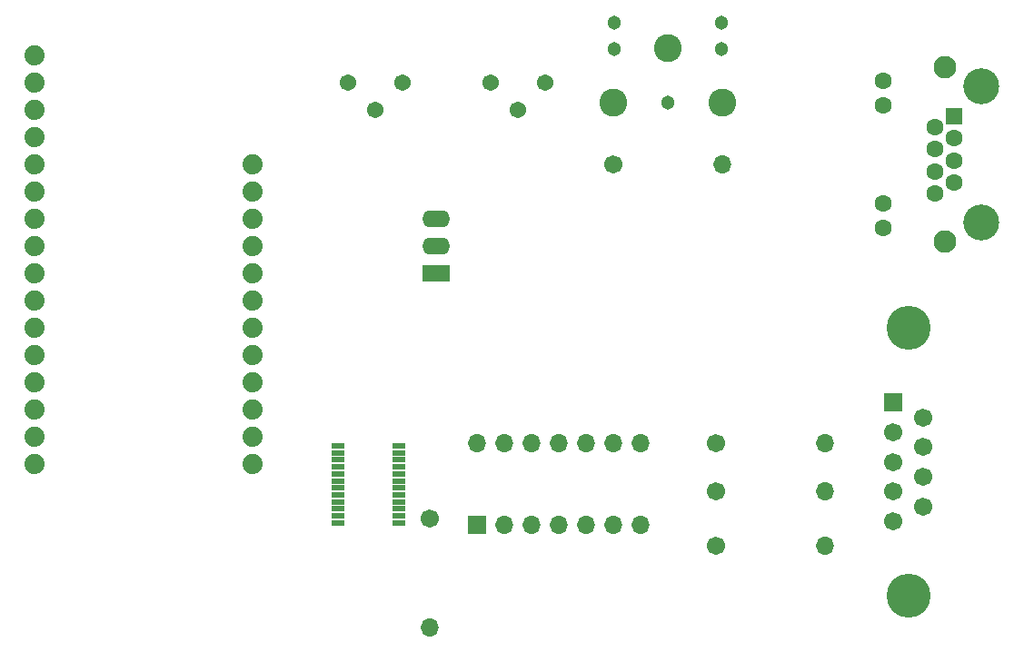
<source format=gts>
G04 #@! TF.GenerationSoftware,KiCad,Pcbnew,(5.0.0)*
G04 #@! TF.CreationDate,2021-05-18T20:46:35-04:00*
G04 #@! TF.ProjectId,CustomSID_PCB,437573746F6D5349445F5043422E6B69,rev?*
G04 #@! TF.SameCoordinates,Original*
G04 #@! TF.FileFunction,Soldermask,Top*
G04 #@! TF.FilePolarity,Negative*
%FSLAX46Y46*%
G04 Gerber Fmt 4.6, Leading zero omitted, Abs format (unit mm)*
G04 Created by KiCad (PCBNEW (5.0.0)) date 05/18/21 20:46:35*
%MOMM*%
%LPD*%
G01*
G04 APERTURE LIST*
%ADD10R,1.601600X1.601600*%
%ADD11C,1.601600*%
%ADD12C,3.351600*%
%ADD13C,2.101600*%
%ADD14C,1.541600*%
%ADD15C,2.601600*%
%ADD16C,1.301600*%
%ADD17C,1.701600*%
%ADD18O,1.701600X1.701600*%
%ADD19R,1.201600X0.501600*%
%ADD20R,1.701600X1.701600*%
%ADD21C,1.879600*%
%ADD22R,2.601600X1.601600*%
%ADD23O,2.601600X1.601600*%
%ADD24C,4.101600*%
G04 APERTURE END LIST*
D10*
G04 #@! TO.C,J1*
X191135000Y-75565000D03*
D11*
X191135000Y-77605000D03*
X191135000Y-79645000D03*
X191135000Y-81685000D03*
X189355000Y-76585000D03*
X189355000Y-78625000D03*
X189355000Y-80665000D03*
X189355000Y-82705000D03*
D12*
X193675000Y-72775000D03*
X193675000Y-85475000D03*
D13*
X190245000Y-87255000D03*
X190245000Y-70995000D03*
D11*
X184535000Y-72265000D03*
X184535000Y-74555000D03*
X184535000Y-83695000D03*
X184535000Y-85985000D03*
G04 #@! TD*
D14*
G04 #@! TO.C,RV2*
X147955000Y-72390000D03*
X150495000Y-74930000D03*
X153035000Y-72390000D03*
G04 #@! TD*
D15*
G04 #@! TO.C,J3*
X159385000Y-74295000D03*
X169545000Y-74295000D03*
X164465000Y-69215000D03*
D16*
X169465000Y-69295000D03*
X159465000Y-69295000D03*
X159465000Y-66795000D03*
X169465000Y-66795000D03*
X164465000Y-74295000D03*
G04 #@! TD*
D17*
G04 #@! TO.C,R5*
X159385000Y-80010000D03*
D18*
X169545000Y-80010000D03*
G04 #@! TD*
D19*
G04 #@! TO.C,U3*
X133675000Y-106280000D03*
X133675000Y-106930000D03*
X133675000Y-107580000D03*
X133675000Y-108230000D03*
X133675000Y-108880000D03*
X133675000Y-109530000D03*
X133675000Y-110180000D03*
X133675000Y-110830000D03*
X133675000Y-111480000D03*
X133675000Y-112130000D03*
X133675000Y-112780000D03*
X133675000Y-113430000D03*
X139375000Y-113430000D03*
X139375000Y-112780000D03*
X139375000Y-112130000D03*
X139375000Y-111480000D03*
X139375000Y-110830000D03*
X139375000Y-110180000D03*
X139375000Y-109530000D03*
X139375000Y-108880000D03*
X139375000Y-108230000D03*
X139375000Y-107580000D03*
X139375000Y-106930000D03*
X139375000Y-106280000D03*
G04 #@! TD*
D17*
G04 #@! TO.C,R4*
X142240000Y-113030000D03*
D18*
X142240000Y-123190000D03*
G04 #@! TD*
D14*
G04 #@! TO.C,RV1*
X139700000Y-72390000D03*
X137160000Y-74930000D03*
X134620000Y-72390000D03*
G04 #@! TD*
D20*
G04 #@! TO.C,U4*
X146685000Y-113665000D03*
D18*
X161925000Y-106045000D03*
X149225000Y-113665000D03*
X159385000Y-106045000D03*
X151765000Y-113665000D03*
X156845000Y-106045000D03*
X154305000Y-113665000D03*
X154305000Y-106045000D03*
X156845000Y-113665000D03*
X151765000Y-106045000D03*
X159385000Y-113665000D03*
X149225000Y-106045000D03*
X161925000Y-113665000D03*
X146685000Y-106045000D03*
G04 #@! TD*
D21*
G04 #@! TO.C,U1*
X105410000Y-69850000D03*
X105410000Y-74930000D03*
X105410000Y-77470000D03*
X105410000Y-80010000D03*
X105410000Y-82550000D03*
X105410000Y-85090000D03*
X105410000Y-87630000D03*
X105410000Y-90170000D03*
X105410000Y-92710000D03*
X105410000Y-95250000D03*
X105410000Y-97790000D03*
X105410000Y-100330000D03*
X105410000Y-102870000D03*
X105410000Y-105410000D03*
X105410000Y-107950000D03*
X125730000Y-107950000D03*
X125730000Y-105410000D03*
X125730000Y-102870000D03*
X125730000Y-100330000D03*
X125730000Y-97790000D03*
X125730000Y-95250000D03*
X125730000Y-92710000D03*
X125730000Y-90170000D03*
X125730000Y-87630000D03*
X125730000Y-85090000D03*
X125730000Y-82550000D03*
X125730000Y-80010000D03*
X105410000Y-72390000D03*
G04 #@! TD*
D22*
G04 #@! TO.C,U2*
X142875000Y-90170000D03*
D23*
X142875000Y-87630000D03*
X142875000Y-85090000D03*
G04 #@! TD*
D20*
G04 #@! TO.C,J2*
X185420000Y-102235000D03*
D17*
X185420000Y-105005000D03*
X185420000Y-107775000D03*
X185420000Y-110545000D03*
X185420000Y-113315000D03*
X188260000Y-103620000D03*
X188260000Y-106390000D03*
X188260000Y-109160000D03*
X188260000Y-111930000D03*
D24*
X186840000Y-120275000D03*
X186840000Y-95275000D03*
G04 #@! TD*
D17*
G04 #@! TO.C,R3*
X168910000Y-115570000D03*
D18*
X179070000Y-115570000D03*
G04 #@! TD*
G04 #@! TO.C,R2*
X179070000Y-110490000D03*
D17*
X168910000Y-110490000D03*
G04 #@! TD*
G04 #@! TO.C,R1*
X168910000Y-106045000D03*
D18*
X179070000Y-106045000D03*
G04 #@! TD*
M02*

</source>
